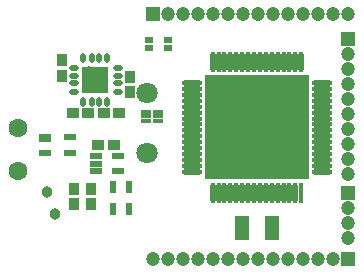
<source format=gbs>
%FSDAX25Y25*%
%MOIN*%
%SFA1B1*%

%IPPOS*%
%ADD66R,0.035560X0.043430*%
%ADD67R,0.043430X0.035560*%
%ADD68R,0.044220X0.023750*%
%ADD79R,0.047370X0.047370*%
%ADD80C,0.047370*%
%ADD81R,0.047370X0.047370*%
%ADD82C,0.038000*%
%ADD83C,0.070990*%
%ADD84C,0.063000*%
%ADD85R,0.028470X0.019810*%
%ADD86R,0.350520X0.350520*%
%ADD87R,0.017840X0.069020*%
%ADD88O,0.017840X0.069020*%
%ADD89O,0.069020X0.017840*%
%ADD90R,0.035560X0.016660*%
%ADD91R,0.044220X0.031620*%
%ADD92R,0.047370X0.078870*%
%ADD93R,0.023750X0.044220*%
%ADD94O,0.021780X0.031620*%
%ADD95O,0.031620X0.021780*%
%ADD96R,0.086740X0.086740*%
%LNmoo1.1-1*%
%LPD*%
G54D66*
X0253400Y0352059D03*
Y0346941D03*
X0259000Y0352059D03*
Y0346941D03*
X0272000Y0384441D03*
Y0389559D03*
X0249400Y0389841D03*
Y0394959D03*
G54D67*
X0258059Y0377500D03*
X0252941D03*
X0261541Y0366800D03*
X0266659D03*
X0268559Y0377500D03*
X0263441D03*
G54D68*
X0243735Y0364186D03*
X0252002Y0369304D03*
Y0364186D03*
X0260760Y0363059D03*
X0268240Y0357941D03*
Y0363059D03*
X0260760Y0360500D03*
Y0357941D03*
G54D79*
X0344900Y0402100D03*
Y0350600D03*
G54D80*
X0344900Y0397100D03*
Y0392100D03*
Y0387100D03*
Y0382100D03*
Y0377100D03*
Y0372100D03*
Y0367100D03*
Y0362100D03*
Y0357100D03*
Y0345600D03*
Y0340600D03*
Y0335600D03*
X0279900Y0328600D03*
X0284900D03*
X0289900D03*
X0294900D03*
X0299900D03*
X0304900D03*
X0309900D03*
X0314900D03*
X0319900D03*
X0324900D03*
X0329900D03*
X0334900D03*
X0339900D03*
X0284900Y0410500D03*
X0289900D03*
X0294900D03*
X0299900D03*
X0304900D03*
X0309900D03*
X0314900D03*
X0319900D03*
X0324900D03*
X0329900D03*
X0334900D03*
X0339900D03*
X0344900D03*
G54D81*
X0344900Y0328600D03*
X0279900Y0410500D03*
G54D82*
X0244500Y0351200D03*
X0247000Y0343600D03*
X0258300Y0391000D03*
G54D83*
X0277800Y0364061D03*
Y0384139D03*
G54D84*
X0234800Y0372371D03*
Y0358229D03*
G54D85*
X0278286Y0399041D03*
Y0401600D03*
X0284900Y0399041D03*
Y0401600D03*
G54D86*
X0314400Y0372600D03*
G54D87*
X0329164Y0350848D03*
G54D88*
X0327195Y0350848D03*
X0325227D03*
X0323258D03*
X0321290D03*
X0319321D03*
X0317353D03*
X0315384D03*
X0313416D03*
X0311447D03*
X0309479D03*
X0307510D03*
X0305542D03*
X0303573D03*
X0301605D03*
X0299636D03*
Y0394352D03*
X0301605D03*
X0303573D03*
X0305542D03*
X0307510D03*
X0309479D03*
X0311447D03*
X0313416D03*
X0315384D03*
X0317353D03*
X0319321D03*
X0321290D03*
X0323258D03*
X0325227D03*
X0327195D03*
X0329164D03*
G54D89*
X0292648Y0357836D03*
Y0359805D03*
Y0361773D03*
Y0363742D03*
Y0365710D03*
Y0367679D03*
Y0369647D03*
Y0371616D03*
Y0373584D03*
Y0375553D03*
Y0377521D03*
Y0379490D03*
Y0381458D03*
Y0383427D03*
Y0385395D03*
Y0387364D03*
X0336152D03*
Y0385395D03*
Y0383427D03*
Y0381458D03*
Y0379490D03*
Y0377521D03*
Y0375553D03*
Y0373584D03*
Y0371616D03*
Y0369647D03*
Y0367679D03*
Y0365710D03*
Y0363742D03*
Y0361773D03*
Y0359805D03*
Y0357836D03*
G54D90*
X0277520Y0377875D03*
Y0376300D03*
Y0374725D03*
X0281279D03*
Y0376300D03*
Y0377875D03*
G54D91*
X0243700Y0369100D03*
G54D92*
X0309479Y0339100D03*
X0319321D03*
G54D93*
X0271609Y0345360D03*
X0266491D03*
Y0352840D03*
X0271609D03*
G54D94*
X0256563Y0395587D03*
Y0381151D03*
X0259319D03*
X0261878D03*
X0264437D03*
X0259319Y0395587D03*
X0261878D03*
X0264437D03*
G54D95*
X0267980Y0392437D03*
Y0389878D03*
Y0387319D03*
Y0384563D03*
X0253413D03*
Y0387319D03*
Y0389878D03*
Y0392437D03*
G54D96*
X0260500Y0388500D03*
M02*
</source>
